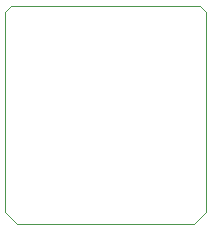
<source format=gbr>
%TF.GenerationSoftware,KiCad,Pcbnew,8.0.8*%
%TF.CreationDate,2025-02-26T00:32:30+01:00*%
%TF.ProjectId,matrixSAO,6d617472-6978-4534-914f-2e6b69636164,rev?*%
%TF.SameCoordinates,Original*%
%TF.FileFunction,Profile,NP*%
%FSLAX46Y46*%
G04 Gerber Fmt 4.6, Leading zero omitted, Abs format (unit mm)*
G04 Created by KiCad (PCBNEW 8.0.8) date 2025-02-26 00:32:30*
%MOMM*%
%LPD*%
G01*
G04 APERTURE LIST*
%TA.AperFunction,Profile*%
%ADD10C,0.050000*%
%TD*%
G04 APERTURE END LIST*
D10*
X70500000Y-134000000D02*
X85500000Y-134000000D01*
X69500000Y-116000000D02*
X69500000Y-133000000D01*
X85500000Y-134000000D02*
X86500000Y-133000000D01*
X70500000Y-134000000D02*
X69500000Y-133000000D01*
X86000000Y-115500000D02*
X86500000Y-116000000D01*
X70000000Y-115500000D02*
X69500000Y-116000000D01*
X86000000Y-115500000D02*
X70000000Y-115500000D01*
X86500000Y-133000000D02*
X86500000Y-116000000D01*
M02*

</source>
